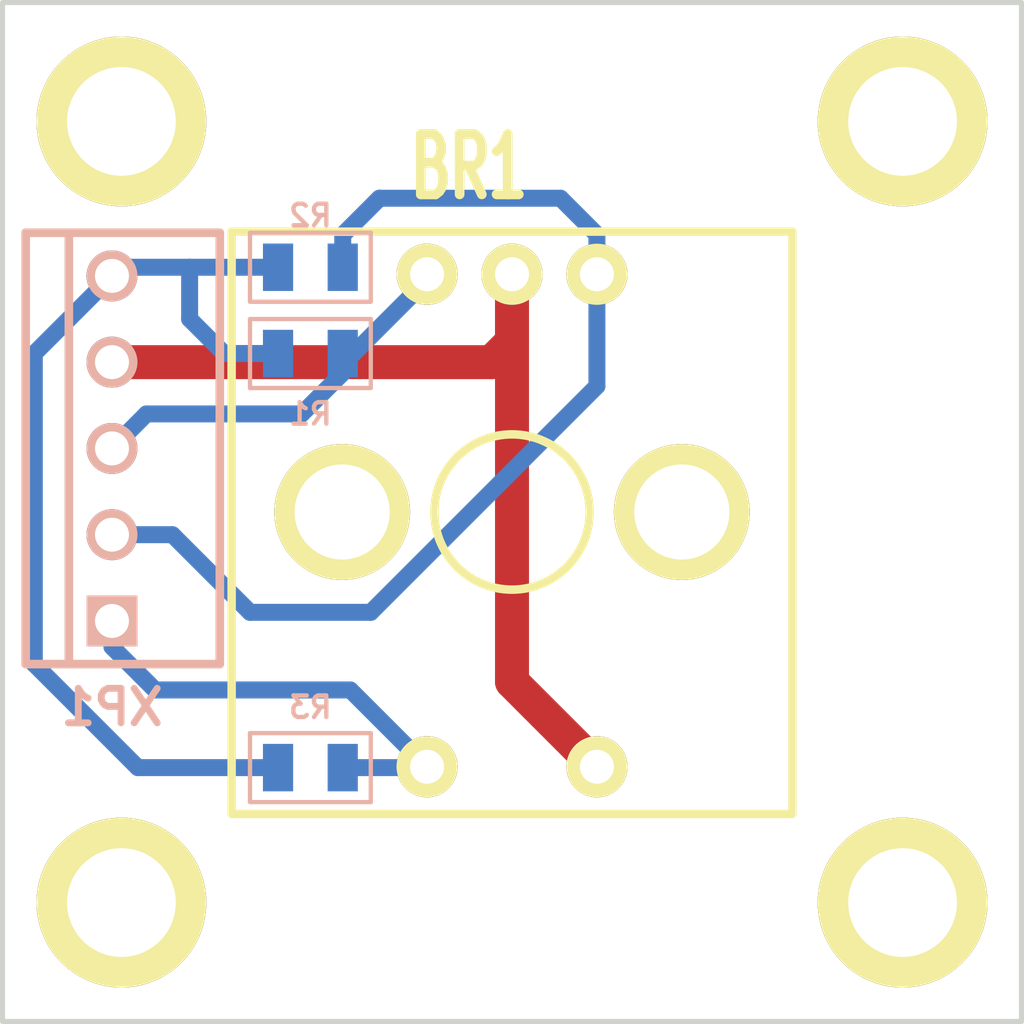
<source format=kicad_pcb>
(kicad_pcb (version 4) (host pcbnew 4.0.2+dfsg1-stable)

  (general
    (links 11)
    (no_connects 0)
    (area 123.752 74.934999 155.631001 105.085001)
    (thickness 1.6)
    (drawings 4)
    (tracks 41)
    (zones 0)
    (modules 9)
    (nets 6)
  )

  (page A4)
  (layers
    (0 F.Cu signal)
    (31 B.Cu signal)
    (32 B.Adhes user)
    (33 F.Adhes user)
    (34 B.Paste user)
    (35 F.Paste user)
    (36 B.SilkS user)
    (37 F.SilkS user)
    (38 B.Mask user)
    (39 F.Mask user)
    (40 Dwgs.User user)
    (41 Cmts.User user)
    (42 Eco1.User user)
    (43 Eco2.User user)
    (44 Edge.Cuts user)
    (45 Margin user)
    (46 B.CrtYd user)
    (47 F.CrtYd user)
    (48 B.Fab user)
    (49 F.Fab user)
  )

  (setup
    (last_trace_width 0.25)
    (user_trace_width 0.25)
    (user_trace_width 0.5)
    (user_trace_width 1)
    (trace_clearance 0.2)
    (zone_clearance 0.508)
    (zone_45_only no)
    (trace_min 0.2)
    (segment_width 0.2)
    (edge_width 0.15)
    (via_size 0.6)
    (via_drill 0.4)
    (via_min_size 0.4)
    (via_min_drill 0.3)
    (uvia_size 0.3)
    (uvia_drill 0.1)
    (uvias_allowed no)
    (uvia_min_size 0.2)
    (uvia_min_drill 0.1)
    (pcb_text_width 0.3)
    (pcb_text_size 1.5 1.5)
    (mod_edge_width 0.15)
    (mod_text_size 1 1)
    (mod_text_width 0.15)
    (pad_size 4 4)
    (pad_drill 2.8)
    (pad_to_mask_clearance 0.2)
    (aux_axis_origin 0 0)
    (visible_elements FFFFFF7F)
    (pcbplotparams
      (layerselection 0x010f0_80000001)
      (usegerberextensions true)
      (excludeedgelayer true)
      (linewidth 0.100000)
      (plotframeref false)
      (viasonmask false)
      (mode 1)
      (useauxorigin false)
      (hpglpennumber 1)
      (hpglpenspeed 20)
      (hpglpendiameter 15)
      (hpglpenoverlay 2)
      (psnegative false)
      (psa4output false)
      (plotreference true)
      (plotvalue true)
      (plotinvisibletext false)
      (padsonsilk false)
      (subtractmaskfromsilk false)
      (outputformat 1)
      (mirror false)
      (drillshape 0)
      (scaleselection 1)
      (outputdirectory ../../../../Документы/GERBER_modul_encoder_ec11e/))
  )

  (net 0 "")
  (net 1 /SW)
  (net 2 /GND)
  (net 3 /A)
  (net 4 /B)
  (net 5 /+5V)

  (net_class Default "This is the default net class."
    (clearance 0.2)
    (trace_width 0.25)
    (via_dia 0.6)
    (via_drill 0.4)
    (uvia_dia 0.3)
    (uvia_drill 0.1)
    (add_net /+5V)
    (add_net /A)
    (add_net /B)
    (add_net /GND)
    (add_net /SW)
  )

  (module IWconnectors:1_pin (layer F.Cu) (tedit 5ADF21A3) (tstamp 5ADF28D6)
    (at 130.556 80.01)
    (descr "module 1 pin (ou trou mecanique de percage)")
    (tags DEV)
    (fp_text reference 1_PIN (at 0 -3.048) (layer F.SilkS) hide
      (effects (font (size 0.50038 0.50038) (thickness 0.12446)))
    )
    (fp_text value P*** (at 0 -1.524) (layer F.SilkS) hide
      (effects (font (size 1.016 1.016) (thickness 0.254)))
    )
    (pad 1 thru_hole circle (at -1.5 -1.5) (size 5 5) (drill 3.2) (layers *.Cu *.Mask F.SilkS))
  )

  (module IWconnectors:1_pin (layer F.Cu) (tedit 5ADF21B3) (tstamp 5ADF28D2)
    (at 152.4 101.854)
    (descr "module 1 pin (ou trou mecanique de percage)")
    (tags DEV)
    (fp_text reference 1_PIN (at 0 -3.048) (layer F.SilkS) hide
      (effects (font (size 0.50038 0.50038) (thickness 0.12446)))
    )
    (fp_text value P*** (at 0 -1.524) (layer F.SilkS) hide
      (effects (font (size 1.016 1.016) (thickness 0.254)))
    )
    (pad 1 thru_hole circle (at -0.344 -0.344) (size 5 5) (drill 3.2) (layers *.Cu *.Mask F.SilkS))
  )

  (module IWconnectors:1_pin (layer F.Cu) (tedit 5ADF21AB) (tstamp 5ADF28CE)
    (at 130.556 100.076)
    (descr "module 1 pin (ou trou mecanique de percage)")
    (tags DEV)
    (fp_text reference 1_PIN (at 0 -3.048) (layer F.SilkS) hide
      (effects (font (size 0.50038 0.50038) (thickness 0.12446)))
    )
    (fp_text value P*** (at 0 -1.524) (layer F.SilkS) hide
      (effects (font (size 1.016 1.016) (thickness 0.254)))
    )
    (pad 1 thru_hole circle (at -1.5 1.434) (size 5 5) (drill 3.2) (layers *.Cu *.Mask F.SilkS))
  )

  (module IWsmd_case:SMD0805 (layer B.Cu) (tedit 5AD0DEFE) (tstamp 5AD0DD56)
    (at 134.62 85.344 180)
    (path /5AD0DF99)
    (attr smd)
    (fp_text reference R1 (at 0 -1.778 360) (layer B.SilkS)
      (effects (font (size 0.635 0.635) (thickness 0.127)) (justify mirror))
    )
    (fp_text value "10 к" (at 0.254 -1.524 180) (layer B.SilkS) hide
      (effects (font (size 0.635 0.635) (thickness 0.127)) (justify mirror))
    )
    (fp_line (start 1.778 -1.016) (end 1.778 1.016) (layer B.SilkS) (width 0.127))
    (fp_line (start -1.778 -1.016) (end 1.778 -1.016) (layer B.SilkS) (width 0.127))
    (fp_line (start -1.778 1.016) (end -1.778 -1.016) (layer B.SilkS) (width 0.127))
    (fp_line (start -1.778 1.016) (end 1.778 1.016) (layer B.SilkS) (width 0.127))
    (pad 1 smd rect (at -0.9525 0 180) (size 0.889 1.397) (layers B.Cu B.Paste B.Mask)
      (net 4 /B))
    (pad 2 smd rect (at 0.9525 0 180) (size 0.889 1.397) (layers B.Cu B.Paste B.Mask)
      (net 5 /+5V))
    (model smd/chip_cms.wrl
      (at (xyz 0 0 0))
      (scale (xyz 0.1 0.1 0.1))
      (rotate (xyz 0 0 0))
    )
  )

  (module IWsmd_case:SMD0805 (layer B.Cu) (tedit 5AD0DEEF) (tstamp 5AD0DD5C)
    (at 134.62 82.804 180)
    (path /5AD0E0C0)
    (attr smd)
    (fp_text reference R2 (at 0 1.524 360) (layer B.SilkS)
      (effects (font (size 0.635 0.635) (thickness 0.127)) (justify mirror))
    )
    (fp_text value "10 к" (at 0.254 -1.524 180) (layer B.SilkS) hide
      (effects (font (size 0.635 0.635) (thickness 0.127)) (justify mirror))
    )
    (fp_line (start 1.778 -1.016) (end 1.778 1.016) (layer B.SilkS) (width 0.127))
    (fp_line (start -1.778 -1.016) (end 1.778 -1.016) (layer B.SilkS) (width 0.127))
    (fp_line (start -1.778 1.016) (end -1.778 -1.016) (layer B.SilkS) (width 0.127))
    (fp_line (start -1.778 1.016) (end 1.778 1.016) (layer B.SilkS) (width 0.127))
    (pad 1 smd rect (at -0.9525 0 180) (size 0.889 1.397) (layers B.Cu B.Paste B.Mask)
      (net 3 /A))
    (pad 2 smd rect (at 0.9525 0 180) (size 0.889 1.397) (layers B.Cu B.Paste B.Mask)
      (net 5 /+5V))
    (model smd/chip_cms.wrl
      (at (xyz 0 0 0))
      (scale (xyz 0.1 0.1 0.1))
      (rotate (xyz 0 0 0))
    )
  )

  (module IWsmd_case:SMD0805 (layer B.Cu) (tedit 5AD0DDD4) (tstamp 5AD0DD62)
    (at 134.62 97.536 180)
    (path /5AD0E483)
    (attr smd)
    (fp_text reference R3 (at 0 1.778 180) (layer B.SilkS)
      (effects (font (size 0.635 0.635) (thickness 0.127)) (justify mirror))
    )
    (fp_text value "10 к" (at 0.254 -1.524 180) (layer B.SilkS) hide
      (effects (font (size 0.635 0.635) (thickness 0.127)) (justify mirror))
    )
    (fp_line (start 1.778 -1.016) (end 1.778 1.016) (layer B.SilkS) (width 0.127))
    (fp_line (start -1.778 -1.016) (end 1.778 -1.016) (layer B.SilkS) (width 0.127))
    (fp_line (start -1.778 1.016) (end -1.778 -1.016) (layer B.SilkS) (width 0.127))
    (fp_line (start -1.778 1.016) (end 1.778 1.016) (layer B.SilkS) (width 0.127))
    (pad 1 smd rect (at -0.9525 0 180) (size 0.889 1.397) (layers B.Cu B.Paste B.Mask)
      (net 1 /SW))
    (pad 2 smd rect (at 0.9525 0 180) (size 0.889 1.397) (layers B.Cu B.Paste B.Mask)
      (net 5 /+5V))
    (model smd/chip_cms.wrl
      (at (xyz 0 0 0))
      (scale (xyz 0.1 0.1 0.1))
      (rotate (xyz 0 0 0))
    )
  )

  (module IWconnectors:WF-5 (layer B.Cu) (tedit 5AD0DD69) (tstamp 5AD0DD6B)
    (at 128.778 88.138 90)
    (descr "Double rangee de contacts 2 x 5 pins")
    (tags CONN)
    (path /5AD0DE91)
    (fp_text reference XP1 (at -7.62 0 180) (layer B.SilkS)
      (effects (font (size 1.016 1.016) (thickness 0.2032)) (justify mirror))
    )
    (fp_text value WF-5 (at 0 -3.81 90) (layer B.SilkS) hide
      (effects (font (size 1.016 1.016) (thickness 0.2032)) (justify mirror))
    )
    (fp_line (start 6.35 -2.54) (end -6.35 -2.54) (layer B.SilkS) (width 0.254))
    (fp_line (start -6.35 3.175) (end 6.35 3.175) (layer B.SilkS) (width 0.254))
    (fp_line (start -6.35 -1.27) (end 6.35 -1.27) (layer B.SilkS) (width 0.254))
    (fp_line (start -6.35 -2.54) (end -6.35 3.175) (layer B.SilkS) (width 0.254))
    (fp_line (start 6.35 -2.54) (end 6.35 3.175) (layer B.SilkS) (width 0.254))
    (pad 5 thru_hole circle (at 5.08 0 90) (size 1.5 1.5) (drill 1) (layers *.Cu *.Mask B.SilkS)
      (net 5 /+5V))
    (pad 4 thru_hole circle (at 2.54 0 90) (size 1.5 1.5) (drill 1) (layers *.Cu *.Mask B.SilkS)
      (net 2 /GND))
    (pad 1 thru_hole rect (at -5.08 0 90) (size 1.5 1.5) (drill 1) (layers *.Cu *.Mask B.SilkS)
      (net 1 /SW))
    (pad 2 thru_hole circle (at -2.54 0 90) (size 1.5 1.5) (drill 1) (layers *.Cu *.Mask B.SilkS)
      (net 3 /A))
    (pad 3 thru_hole circle (at 0 0 90) (size 1.5 1.5) (drill 1) (layers *.Cu *.Mask B.SilkS)
      (net 4 /B))
  )

  (module IWconnectors:1_pin (layer F.Cu) (tedit 5ADF219B) (tstamp 5ADF28BD)
    (at 151.384 80.518)
    (descr "module 1 pin (ou trou mecanique de percage)")
    (tags DEV)
    (fp_text reference 1_PIN (at 0 -3.048) (layer F.SilkS) hide
      (effects (font (size 0.50038 0.50038) (thickness 0.12446)))
    )
    (fp_text value P*** (at 0 -1.524) (layer F.SilkS) hide
      (effects (font (size 1.016 1.016) (thickness 0.254)))
    )
    (pad 1 thru_hole circle (at 0.672 -2.008) (size 5 5) (drill 3.2) (layers *.Cu *.Mask F.SilkS))
  )

  (module IWcomponents:ALPS_EC11_push (layer F.Cu) (tedit 5ADF3EF7) (tstamp 5AD0DD50)
    (at 140.556 90.01)
    (descr "8 pins DIL package, elliptical pads")
    (tags DIL)
    (path /5AD0DE0F)
    (fp_text reference BR1 (at -1.27 -10.16) (layer F.SilkS)
      (effects (font (size 1.778 1.143) (thickness 0.28575)))
    )
    (fp_text value ALPS_EC11E (at 0 10.795) (layer F.SilkS) hide
      (effects (font (size 1.778 1.016) (thickness 0.254)))
    )
    (fp_circle (center 0 0) (end 2.286 0) (layer F.SilkS) (width 0.25))
    (fp_line (start -8.255 -8.255) (end 8.255 -8.255) (layer F.SilkS) (width 0.25))
    (fp_line (start 8.255 -8.255) (end 8.255 8.89) (layer F.SilkS) (width 0.25))
    (fp_line (start 8.255 8.89) (end -8.255 8.89) (layer F.SilkS) (width 0.25))
    (fp_line (start -8.255 8.89) (end -8.255 -8.255) (layer F.SilkS) (width 0.25))
    (pad 5 thru_hole oval (at -2.5 7.5) (size 1.8 1.8) (drill 1) (layers *.Cu *.Mask F.SilkS)
      (net 1 /SW))
    (pad 4 thru_hole oval (at 2.5 7.5) (size 1.8 1.8) (drill 1) (layers *.Cu *.Mask F.SilkS)
      (net 2 /GND))
    (pad 1 thru_hole oval (at 2.5 -7) (size 1.8 1.8) (drill 1) (layers *.Cu *.Mask F.SilkS)
      (net 3 /A))
    (pad 2 thru_hole oval (at 0 -7) (size 1.8 1.8) (drill 1) (layers *.Cu *.Mask F.SilkS)
      (net 2 /GND))
    (pad 6 thru_hole circle (at -5 0) (size 4 4) (drill 2.8) (layers *.Cu *.Mask F.SilkS))
    (pad 7 thru_hole circle (at 5 0) (size 4 4) (drill 2.8) (layers *.Cu *.Mask F.SilkS))
    (pad 3 thru_hole oval (at -2.5 -7) (size 1.8 1.8) (drill 1) (layers *.Cu *.Mask F.SilkS)
      (net 4 /B))
    (model dil/dil_8.wrl
      (at (xyz 0 0 0))
      (scale (xyz 1 1 1))
      (rotate (xyz 0 0 0))
    )
  )

  (gr_line (start 125.556 105.01) (end 125.556 75.01) (angle 90) (layer Edge.Cuts) (width 0.15))
  (gr_line (start 155.556 105.01) (end 125.556 105.01) (angle 90) (layer Edge.Cuts) (width 0.15))
  (gr_line (start 155.556 75.01) (end 155.556 105.01) (angle 90) (layer Edge.Cuts) (width 0.15))
  (gr_line (start 125.556 75.01) (end 155.556 75.01) (angle 90) (layer Edge.Cuts) (width 0.15))

  (segment (start 128.778 93.218) (end 128.778 93.98) (width 0.5) (layer B.Cu) (net 1))
  (segment (start 135.796 95.25) (end 138.056 97.51) (width 0.5) (layer B.Cu) (net 1) (tstamp 5ADF29B4))
  (segment (start 130.048 95.25) (end 135.796 95.25) (width 0.5) (layer B.Cu) (net 1) (tstamp 5ADF29B3))
  (segment (start 128.778 93.98) (end 130.048 95.25) (width 0.5) (layer B.Cu) (net 1) (tstamp 5ADF29B2))
  (segment (start 135.5725 97.536) (end 138.03 97.536) (width 0.5) (layer B.Cu) (net 1))
  (segment (start 138.03 97.536) (end 138.056 97.51) (width 0.5) (layer B.Cu) (net 1) (tstamp 5ADF29AF))
  (segment (start 137.969 97.536) (end 138.089 97.416) (width 0.5) (layer B.Cu) (net 1) (tstamp 5AD0DEAC))
  (segment (start 140.556 83.01) (end 140.556 95.01) (width 1) (layer F.Cu) (net 2))
  (segment (start 140.556 95.01) (end 143.056 97.51) (width 1) (layer F.Cu) (net 2) (tstamp 5ADF29E8))
  (segment (start 128.778 85.598) (end 139.954 85.598) (width 1) (layer F.Cu) (net 2))
  (segment (start 140.556 84.996) (end 140.556 83.01) (width 1) (layer F.Cu) (net 2) (tstamp 5ADF29E6))
  (segment (start 139.954 85.598) (end 140.556 84.996) (width 1) (layer F.Cu) (net 2) (tstamp 5ADF29E5))
  (segment (start 135.5725 82.804) (end 135.5725 81.8515) (width 0.5) (layer B.Cu) (net 3))
  (segment (start 135.5725 81.8515) (end 136.652 80.772) (width 0.5) (layer B.Cu) (net 3) (tstamp 5ADF2A2F))
  (segment (start 136.652 80.772) (end 141.986 80.772) (width 0.5) (layer B.Cu) (net 3) (tstamp 5ADF2A30))
  (segment (start 141.986 80.772) (end 143.056 81.842) (width 0.5) (layer B.Cu) (net 3) (tstamp 5ADF2A31))
  (segment (start 143.056 81.842) (end 143.056 83.01) (width 0.5) (layer B.Cu) (net 3) (tstamp 5ADF2A32))
  (segment (start 135.5725 81.8515) (end 136.652 80.772) (width 0.5) (layer B.Cu) (net 3) (tstamp 5ADF29DE))
  (segment (start 128.778 90.678) (end 130.556 90.678) (width 0.5) (layer B.Cu) (net 3))
  (segment (start 143.056 86.306) (end 143.056 83.01) (width 0.5) (layer B.Cu) (net 3) (tstamp 5ADF29DA))
  (segment (start 136.398 92.964) (end 143.056 86.306) (width 0.5) (layer B.Cu) (net 3) (tstamp 5ADF29D8))
  (segment (start 132.842 92.964) (end 136.398 92.964) (width 0.5) (layer B.Cu) (net 3) (tstamp 5ADF29D6))
  (segment (start 130.556 90.678) (end 132.842 92.964) (width 0.5) (layer B.Cu) (net 3) (tstamp 5ADF29D5))
  (segment (start 138.056 83.01) (end 138.056 83.178) (width 0.5) (layer B.Cu) (net 4))
  (segment (start 138.056 83.178) (end 135.89 85.344) (width 0.5) (layer B.Cu) (net 4) (tstamp 5ADF29D1))
  (segment (start 135.89 85.344) (end 135.5725 85.344) (width 0.5) (layer B.Cu) (net 4) (tstamp 5ADF29D2))
  (segment (start 135.5725 85.344) (end 135.5725 85.9155) (width 0.5) (layer B.Cu) (net 4))
  (segment (start 135.5725 85.9155) (end 134.366 87.122) (width 0.5) (layer B.Cu) (net 4) (tstamp 5ADF29CA))
  (segment (start 134.366 87.122) (end 129.794 87.122) (width 0.5) (layer B.Cu) (net 4) (tstamp 5ADF29CB))
  (segment (start 129.794 87.122) (end 128.778 88.138) (width 0.5) (layer B.Cu) (net 4) (tstamp 5ADF29CC))
  (segment (start 133.6675 85.344) (end 132.08 85.344) (width 0.5) (layer B.Cu) (net 5))
  (segment (start 131.064 84.328) (end 131.064 82.804) (width 0.5) (layer B.Cu) (net 5) (tstamp 5ADF29C5))
  (segment (start 132.08 85.344) (end 131.064 84.328) (width 0.5) (layer B.Cu) (net 5) (tstamp 5ADF29C4))
  (segment (start 133.6675 82.804) (end 131.064 82.804) (width 0.5) (layer B.Cu) (net 5))
  (segment (start 131.064 82.804) (end 129.032 82.804) (width 0.5) (layer B.Cu) (net 5) (tstamp 5ADF29C7))
  (segment (start 129.032 82.804) (end 128.778 83.058) (width 0.5) (layer B.Cu) (net 5) (tstamp 5ADF29C2))
  (segment (start 133.6675 97.536) (end 129.54 97.536) (width 0.5) (layer B.Cu) (net 5))
  (segment (start 126.492 85.344) (end 128.778 83.058) (width 0.5) (layer B.Cu) (net 5) (tstamp 5ADF29BC))
  (segment (start 126.492 94.488) (end 126.492 85.344) (width 0.5) (layer B.Cu) (net 5) (tstamp 5ADF29BA))
  (segment (start 129.54 97.536) (end 126.492 94.488) (width 0.5) (layer B.Cu) (net 5) (tstamp 5ADF29B8))
  (segment (start 128.524 82.804) (end 128.27 83.058) (width 0.5) (layer B.Cu) (net 5) (tstamp 5AD0DF22))

)

</source>
